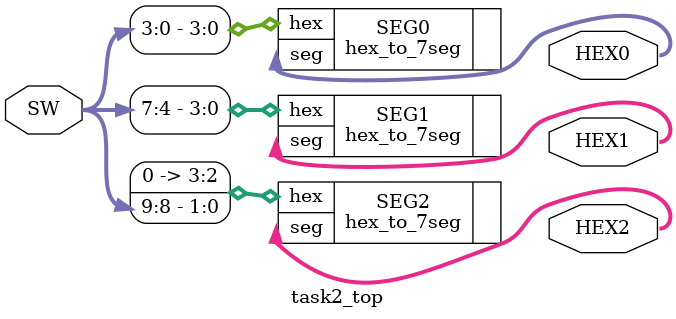
<source format=v>

module task2_top (
    SW,      // Input switches
    HEX0,    // Output to 7-segment display
    HEX1,
    HEX2
);

    input [9:0] SW;
    output [6:0] HEX0;
    output [6:0] HEX1;
    output [6:0] HEX2;
 
    // Instantiate the hex_to_7seg module
    hex_to_7seg SEG0 (
        .hex(SW[3:0]),    // Connect SW[3:0] to HEX0
        .seg(HEX0)
    );

    hex_to_7seg SEG1 (
        .hex(SW[7:4]),    // Connect SW[7:4] to HEX1
        .seg(HEX1)
    );

    hex_to_7seg SEG2 (
        .hex({2'b00, SW[9:8]}), // Zero-extend SW[9:8] to 4 bits and connect to HEX2
        .seg(HEX2)
    );

endmodule

</source>
